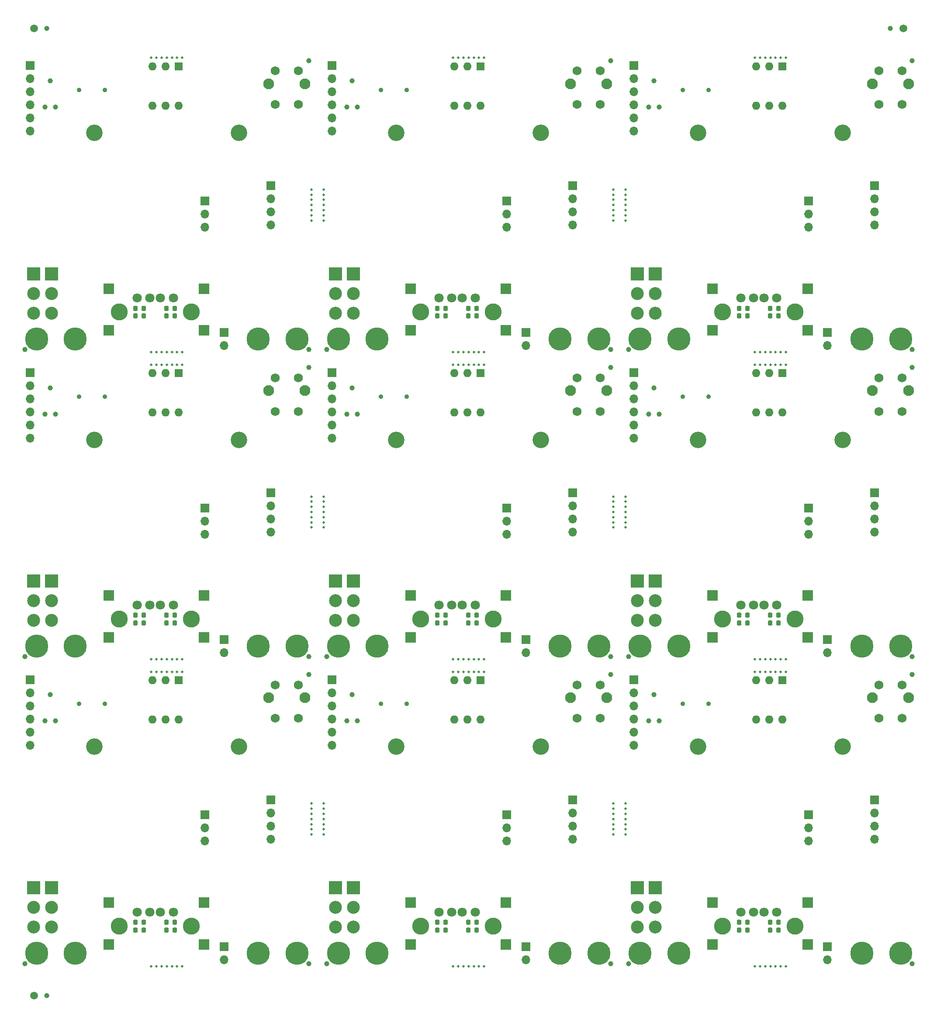
<source format=gbs>
%TF.GenerationSoftware,KiCad,Pcbnew,(6.0.6)*%
%TF.CreationDate,2022-07-06T10:55:58+02:00*%
%TF.ProjectId,panel,70616e65-6c2e-46b6-9963-61645f706362,3.0*%
%TF.SameCoordinates,PXe4e1c0PYe4e1c0*%
%TF.FileFunction,Soldermask,Bot*%
%TF.FilePolarity,Negative*%
%FSLAX46Y46*%
G04 Gerber Fmt 4.6, Leading zero omitted, Abs format (unit mm)*
G04 Created by KiCad (PCBNEW (6.0.6)) date 2022-07-06 10:55:58*
%MOMM*%
%LPD*%
G01*
G04 APERTURE LIST*
G04 Aperture macros list*
%AMRoundRect*
0 Rectangle with rounded corners*
0 $1 Rounding radius*
0 $2 $3 $4 $5 $6 $7 $8 $9 X,Y pos of 4 corners*
0 Add a 4 corners polygon primitive as box body*
4,1,4,$2,$3,$4,$5,$6,$7,$8,$9,$2,$3,0*
0 Add four circle primitives for the rounded corners*
1,1,$1+$1,$2,$3*
1,1,$1+$1,$4,$5*
1,1,$1+$1,$6,$7*
1,1,$1+$1,$8,$9*
0 Add four rect primitives between the rounded corners*
20,1,$1+$1,$2,$3,$4,$5,0*
20,1,$1+$1,$4,$5,$6,$7,0*
20,1,$1+$1,$6,$7,$8,$9,0*
20,1,$1+$1,$8,$9,$2,$3,0*%
G04 Aperture macros list end*
%ADD10C,0.900000*%
%ADD11C,0.500000*%
%ADD12C,3.200000*%
%ADD13R,2.000000X2.000000*%
%ADD14C,0.990600*%
%ADD15R,1.600000X1.600000*%
%ADD16O,1.600000X1.600000*%
%ADD17R,1.700000X1.700000*%
%ADD18O,1.700000X1.700000*%
%ADD19C,4.500880*%
%ADD20C,2.100000*%
%ADD21C,1.750000*%
%ADD22C,1.800000*%
%ADD23C,3.300000*%
%ADD24R,2.500000X2.500000*%
%ADD25C,2.500000*%
%ADD26C,1.500000*%
%ADD27C,1.000000*%
%ADD28RoundRect,0.218750X-0.218750X-0.256250X0.218750X-0.256250X0.218750X0.256250X-0.218750X0.256250X0*%
%ADD29RoundRect,0.218750X0.218750X0.256250X-0.218750X0.256250X-0.218750X-0.256250X0.218750X-0.256250X0*%
G04 APERTURE END LIST*
D10*
%TO.C,B1-SW4*%
X74750000Y-14420000D03*
X69750000Y-14420000D03*
%TD*%
D11*
%TO.C,REF\u002A\u002A*%
X25250000Y-127200000D03*
%TD*%
D12*
%TO.C,B8-MK2*%
X159250000Y-141750000D03*
%TD*%
D13*
%TO.C,B6-U5*%
X35500000Y-180060000D03*
X35500000Y-171940000D03*
X17000000Y-180060000D03*
X17000000Y-171940000D03*
%TD*%
D11*
%TO.C,REF\u002A\u002A*%
X25250000Y-65300000D03*
%TD*%
%TO.C,REF\u002A\u002A*%
X30250000Y-8200000D03*
%TD*%
%TO.C,REF\u002A\u002A*%
X58700000Y-34750000D03*
%TD*%
D14*
%TO.C,B7-P1*%
X64140000Y-131660000D03*
X63124000Y-136740000D03*
X65156000Y-136740000D03*
%TD*%
D11*
%TO.C,REF\u002A\u002A*%
X142250000Y-8200000D03*
%TD*%
D15*
%TO.C,B7-SW2*%
X89060000Y-128860000D03*
D16*
X86520000Y-128860000D03*
X83980000Y-128860000D03*
X83980000Y-136480000D03*
X86520000Y-136480000D03*
X89060000Y-136480000D03*
%TD*%
D17*
%TO.C,B0-J5*%
X39325000Y-61450000D03*
D18*
X39325000Y-63990000D03*
%TD*%
D19*
%TO.C,B6-J13*%
X53500000Y-181750000D03*
%TD*%
D11*
%TO.C,REF\u002A\u002A*%
X83750000Y-124800000D03*
%TD*%
%TO.C,REF\u002A\u002A*%
X117200000Y-152750000D03*
%TD*%
D15*
%TO.C,B6-SW2*%
X30560000Y-128860000D03*
D16*
X28020000Y-128860000D03*
X25480000Y-128860000D03*
X25480000Y-136480000D03*
X28020000Y-136480000D03*
X30560000Y-136480000D03*
%TD*%
D11*
%TO.C,REF\u002A\u002A*%
X114800000Y-99250000D03*
%TD*%
%TO.C,REF\u002A\u002A*%
X89750000Y-124800000D03*
%TD*%
%TO.C,REF\u002A\u002A*%
X84750000Y-184300000D03*
%TD*%
D17*
%TO.C,B1-J1*%
X60250000Y-9750000D03*
D18*
X60250000Y-12290000D03*
X60250000Y-14830000D03*
X60250000Y-17370000D03*
X60250000Y-19910000D03*
X60250000Y-22450000D03*
%TD*%
D20*
%TO.C,B8-SW3*%
X164990000Y-132240000D03*
X172000000Y-132240000D03*
D21*
X166240000Y-136250000D03*
X166240000Y-129750000D03*
X170740000Y-129750000D03*
X170740000Y-136250000D03*
%TD*%
D22*
%TO.C,B7-J9*%
X81000000Y-173790000D03*
X83500000Y-173790000D03*
X85500000Y-173790000D03*
X88000000Y-173790000D03*
D23*
X77500000Y-176500000D03*
X91500000Y-176500000D03*
%TD*%
D11*
%TO.C,REF\u002A\u002A*%
X56300000Y-95250000D03*
%TD*%
D24*
%TO.C,B7-J8*%
X64450000Y-169090000D03*
D25*
X64450000Y-172900000D03*
X64450000Y-176710000D03*
%TD*%
D11*
%TO.C,REF\u002A\u002A*%
X88750000Y-8200000D03*
%TD*%
D12*
%TO.C,B5-MK1*%
X131250000Y-82250000D03*
%TD*%
D20*
%TO.C,B5-SW3*%
X164990000Y-72740000D03*
X172000000Y-72740000D03*
D21*
X166240000Y-76750000D03*
X166240000Y-70250000D03*
X170740000Y-76750000D03*
X170740000Y-70250000D03*
%TD*%
D24*
%TO.C,B2-J8*%
X122950000Y-50090000D03*
D25*
X122950000Y-53900000D03*
X122950000Y-57710000D03*
%TD*%
D11*
%TO.C,REF\u002A\u002A*%
X86750000Y-127200000D03*
%TD*%
%TO.C,REF\u002A\u002A*%
X58700000Y-35750000D03*
%TD*%
%TO.C,REF\u002A\u002A*%
X30250000Y-184300000D03*
%TD*%
%TO.C,REF\u002A\u002A*%
X142250000Y-124800000D03*
%TD*%
%TO.C,REF\u002A\u002A*%
X83750000Y-67700000D03*
%TD*%
%TO.C,REF\u002A\u002A*%
X117200000Y-36750000D03*
%TD*%
%TO.C,REF\u002A\u002A*%
X83750000Y-8200000D03*
%TD*%
D10*
%TO.C,B4-SW4*%
X74750000Y-73920000D03*
X69750000Y-73920000D03*
%TD*%
D11*
%TO.C,REF\u002A\u002A*%
X117200000Y-154750000D03*
%TD*%
%TO.C,REF\u002A\u002A*%
X88750000Y-124800000D03*
%TD*%
%TO.C,REF\u002A\u002A*%
X28250000Y-8200000D03*
%TD*%
D19*
%TO.C,B3-J14*%
X46000000Y-122250000D03*
%TD*%
D10*
%TO.C,B7-SW4*%
X74750000Y-133420000D03*
X69750000Y-133420000D03*
%TD*%
D11*
%TO.C,REF\u002A\u002A*%
X56300000Y-96250000D03*
%TD*%
D15*
%TO.C,B0-SW2*%
X30560000Y-9860000D03*
D16*
X28020000Y-9860000D03*
X25480000Y-9860000D03*
X25480000Y-17480000D03*
X28020000Y-17480000D03*
X30560000Y-17480000D03*
%TD*%
D11*
%TO.C,REF\u002A\u002A*%
X85750000Y-184300000D03*
%TD*%
D15*
%TO.C,B5-SW2*%
X147560000Y-69360000D03*
D16*
X145020000Y-69360000D03*
X142480000Y-69360000D03*
X142480000Y-76980000D03*
X145020000Y-76980000D03*
X147560000Y-76980000D03*
%TD*%
D11*
%TO.C,REF\u002A\u002A*%
X30250000Y-124800000D03*
%TD*%
%TO.C,REF\u002A\u002A*%
X58700000Y-39750000D03*
%TD*%
%TO.C,REF\u002A\u002A*%
X85750000Y-65300000D03*
%TD*%
D20*
%TO.C,B4-SW3*%
X113500000Y-72740000D03*
X106490000Y-72740000D03*
D21*
X107740000Y-76750000D03*
X107740000Y-70250000D03*
X112240000Y-76750000D03*
X112240000Y-70250000D03*
%TD*%
D19*
%TO.C,B4-J15*%
X69000000Y-122250000D03*
%TD*%
D22*
%TO.C,B6-J9*%
X22500000Y-173790000D03*
X25000000Y-173790000D03*
X27000000Y-173790000D03*
X29500000Y-173790000D03*
D23*
X19000000Y-176500000D03*
X33000000Y-176500000D03*
%TD*%
D11*
%TO.C,REF\u002A\u002A*%
X114800000Y-157750000D03*
%TD*%
D17*
%TO.C,B8-J4*%
X165450000Y-152000000D03*
D18*
X165450000Y-154540000D03*
X165450000Y-157080000D03*
X165450000Y-159620000D03*
%TD*%
D24*
%TO.C,B1-J7*%
X60950000Y-50090000D03*
D25*
X60950000Y-53900000D03*
X60950000Y-57710000D03*
%TD*%
D11*
%TO.C,REF\u002A\u002A*%
X145250000Y-8200000D03*
%TD*%
D15*
%TO.C,B4-SW2*%
X89060000Y-69360000D03*
D16*
X86520000Y-69360000D03*
X83980000Y-69360000D03*
X83980000Y-76980000D03*
X86520000Y-76980000D03*
X89060000Y-76980000D03*
%TD*%
D24*
%TO.C,B8-J8*%
X122950000Y-169090000D03*
D25*
X122950000Y-172900000D03*
X122950000Y-176710000D03*
%TD*%
D11*
%TO.C,REF\u002A\u002A*%
X87750000Y-184300000D03*
%TD*%
%TO.C,REF\u002A\u002A*%
X25250000Y-184300000D03*
%TD*%
%TO.C,REF\u002A\u002A*%
X56300000Y-35750000D03*
%TD*%
%TO.C,REF\u002A\u002A*%
X58700000Y-153750000D03*
%TD*%
D14*
%TO.C,B5-P1*%
X122640000Y-72160000D03*
X123656000Y-77240000D03*
X121624000Y-77240000D03*
%TD*%
D24*
%TO.C,B0-J7*%
X2450000Y-50090000D03*
D25*
X2450000Y-53900000D03*
X2450000Y-57710000D03*
%TD*%
D11*
%TO.C,REF\u002A\u002A*%
X84750000Y-127200000D03*
%TD*%
%TO.C,REF\u002A\u002A*%
X56300000Y-152750000D03*
%TD*%
D17*
%TO.C,B4-J4*%
X106950000Y-92500000D03*
D18*
X106950000Y-95040000D03*
X106950000Y-97580000D03*
X106950000Y-100120000D03*
%TD*%
D11*
%TO.C,REF\u002A\u002A*%
X117200000Y-95250000D03*
%TD*%
%TO.C,REF\u002A\u002A*%
X28250000Y-65300000D03*
%TD*%
D15*
%TO.C,B1-SW2*%
X89060000Y-9860000D03*
D16*
X86520000Y-9860000D03*
X83980000Y-9860000D03*
X83980000Y-17480000D03*
X86520000Y-17480000D03*
X89060000Y-17480000D03*
%TD*%
D17*
%TO.C,B8-J5*%
X156325000Y-180450000D03*
D18*
X156325000Y-182990000D03*
%TD*%
D17*
%TO.C,B0-J6*%
X35650000Y-35950000D03*
D18*
X35650000Y-38490000D03*
X35650000Y-41030000D03*
%TD*%
D10*
%TO.C,B2-SW4*%
X133250000Y-14420000D03*
X128250000Y-14420000D03*
%TD*%
D20*
%TO.C,B7-SW3*%
X106490000Y-132240000D03*
X113500000Y-132240000D03*
D21*
X107740000Y-136250000D03*
X107740000Y-129750000D03*
X112240000Y-136250000D03*
X112240000Y-129750000D03*
%TD*%
D19*
%TO.C,B2-J15*%
X127500000Y-62750000D03*
%TD*%
D11*
%TO.C,REF\u002A\u002A*%
X114800000Y-156750000D03*
%TD*%
D17*
%TO.C,B8-J1*%
X118750000Y-128750000D03*
D18*
X118750000Y-131290000D03*
X118750000Y-133830000D03*
X118750000Y-136370000D03*
X118750000Y-138910000D03*
X118750000Y-141450000D03*
%TD*%
D11*
%TO.C,REF\u002A\u002A*%
X89750000Y-67700000D03*
%TD*%
D19*
%TO.C,B1-J14*%
X104500000Y-62750000D03*
%TD*%
D11*
%TO.C,REF\u002A\u002A*%
X114800000Y-37750000D03*
%TD*%
D13*
%TO.C,B8-U5*%
X152500000Y-180060000D03*
X152500000Y-171940000D03*
X134000000Y-180060000D03*
X134000000Y-171940000D03*
%TD*%
D11*
%TO.C,REF\u002A\u002A*%
X85750000Y-67700000D03*
%TD*%
%TO.C,REF\u002A\u002A*%
X114800000Y-33750000D03*
%TD*%
%TO.C,REF\u002A\u002A*%
X56300000Y-97250000D03*
%TD*%
%TO.C,REF\u002A\u002A*%
X26250000Y-127200000D03*
%TD*%
%TO.C,REF\u002A\u002A*%
X114800000Y-152750000D03*
%TD*%
D24*
%TO.C,B3-J8*%
X5950000Y-109590000D03*
D25*
X5950000Y-113400000D03*
X5950000Y-117210000D03*
%TD*%
D10*
%TO.C,B5-SW4*%
X133250000Y-73920000D03*
X128250000Y-73920000D03*
%TD*%
D11*
%TO.C,REF\u002A\u002A*%
X29250000Y-65300000D03*
%TD*%
D24*
%TO.C,B5-J7*%
X119450000Y-109590000D03*
D25*
X119450000Y-113400000D03*
X119450000Y-117210000D03*
%TD*%
D19*
%TO.C,B0-J13*%
X53500000Y-62750000D03*
%TD*%
D13*
%TO.C,B2-U5*%
X152500000Y-61060000D03*
X152500000Y-52940000D03*
X134000000Y-61060000D03*
X134000000Y-52940000D03*
%TD*%
D11*
%TO.C,REF\u002A\u002A*%
X56300000Y-158750000D03*
%TD*%
%TO.C,REF\u002A\u002A*%
X117200000Y-155750000D03*
%TD*%
%TO.C,REF\u002A\u002A*%
X114800000Y-95250000D03*
%TD*%
D12*
%TO.C,B7-MK2*%
X100750000Y-141750000D03*
%TD*%
%TO.C,B0-MK2*%
X42250000Y-22750000D03*
%TD*%
D15*
%TO.C,B2-SW2*%
X147560000Y-9860000D03*
D16*
X145020000Y-9860000D03*
X142480000Y-9860000D03*
X142480000Y-17480000D03*
X145020000Y-17480000D03*
X147560000Y-17480000D03*
%TD*%
D11*
%TO.C,REF\u002A\u002A*%
X148250000Y-8200000D03*
%TD*%
%TO.C,REF\u002A\u002A*%
X29250000Y-8200000D03*
%TD*%
%TO.C,REF\u002A\u002A*%
X29250000Y-67700000D03*
%TD*%
%TO.C,REF\u002A\u002A*%
X144250000Y-8200000D03*
%TD*%
%TO.C,REF\u002A\u002A*%
X56300000Y-39750000D03*
%TD*%
%TO.C,REF\u002A\u002A*%
X85750000Y-8200000D03*
%TD*%
%TO.C,REF\u002A\u002A*%
X86750000Y-124800000D03*
%TD*%
D24*
%TO.C,B6-J8*%
X5950000Y-169090000D03*
D25*
X5950000Y-172900000D03*
X5950000Y-176710000D03*
%TD*%
D11*
%TO.C,REF\u002A\u002A*%
X56300000Y-157750000D03*
%TD*%
%TO.C,REF\u002A\u002A*%
X146250000Y-65300000D03*
%TD*%
%TO.C,REF\u002A\u002A*%
X114800000Y-97250000D03*
%TD*%
%TO.C,REF\u002A\u002A*%
X147250000Y-184300000D03*
%TD*%
%TO.C,REF\u002A\u002A*%
X28250000Y-184300000D03*
%TD*%
%TO.C,REF\u002A\u002A*%
X143250000Y-184300000D03*
%TD*%
%TO.C,REF\u002A\u002A*%
X144250000Y-124800000D03*
%TD*%
D20*
%TO.C,B0-SW3*%
X47990000Y-13240000D03*
X55000000Y-13240000D03*
D21*
X49240000Y-10750000D03*
X49240000Y-17250000D03*
X53740000Y-17250000D03*
X53740000Y-10750000D03*
%TD*%
D11*
%TO.C,REF\u002A\u002A*%
X144250000Y-67700000D03*
%TD*%
%TO.C,REF\u002A\u002A*%
X87750000Y-65300000D03*
%TD*%
%TO.C,REF\u002A\u002A*%
X28250000Y-124800000D03*
%TD*%
%TO.C,REF\u002A\u002A*%
X58700000Y-94250000D03*
%TD*%
%TO.C,REF\u002A\u002A*%
X27250000Y-127200000D03*
%TD*%
%TO.C,REF\u002A\u002A*%
X117200000Y-153750000D03*
%TD*%
D19*
%TO.C,B1-J15*%
X69000000Y-62750000D03*
%TD*%
%TO.C,B2-J16*%
X120000000Y-62750000D03*
%TD*%
D17*
%TO.C,B4-J5*%
X97825000Y-120950000D03*
D18*
X97825000Y-123490000D03*
%TD*%
D11*
%TO.C,REF\u002A\u002A*%
X58700000Y-99250000D03*
%TD*%
%TO.C,REF\u002A\u002A*%
X117200000Y-39750000D03*
%TD*%
%TO.C,REF\u002A\u002A*%
X85750000Y-124800000D03*
%TD*%
D19*
%TO.C,B7-J15*%
X69000000Y-181750000D03*
%TD*%
D11*
%TO.C,REF\u002A\u002A*%
X28250000Y-127200000D03*
%TD*%
D12*
%TO.C,B3-MK2*%
X42250000Y-82250000D03*
%TD*%
D11*
%TO.C,REF\u002A\u002A*%
X87750000Y-67700000D03*
%TD*%
D22*
%TO.C,B0-J9*%
X22500000Y-54790000D03*
X25000000Y-54790000D03*
X27000000Y-54790000D03*
X29500000Y-54790000D03*
D23*
X19000000Y-57500000D03*
X33000000Y-57500000D03*
%TD*%
D19*
%TO.C,B5-J15*%
X127500000Y-122250000D03*
%TD*%
D11*
%TO.C,REF\u002A\u002A*%
X27250000Y-65300000D03*
%TD*%
D22*
%TO.C,B2-J9*%
X139500000Y-54790000D03*
X142000000Y-54790000D03*
X144000000Y-54790000D03*
X146500000Y-54790000D03*
D23*
X150000000Y-57500000D03*
X136000000Y-57500000D03*
%TD*%
D11*
%TO.C,REF\u002A\u002A*%
X84750000Y-67700000D03*
%TD*%
%TO.C,REF\u002A\u002A*%
X114800000Y-98250000D03*
%TD*%
D20*
%TO.C,B2-SW3*%
X164990000Y-13240000D03*
X172000000Y-13240000D03*
D21*
X166240000Y-10750000D03*
X166240000Y-17250000D03*
X170740000Y-10750000D03*
X170740000Y-17250000D03*
%TD*%
D17*
%TO.C,B1-J4*%
X106950000Y-33000000D03*
D18*
X106950000Y-35540000D03*
X106950000Y-38080000D03*
X106950000Y-40620000D03*
%TD*%
D11*
%TO.C,REF\u002A\u002A*%
X148250000Y-67700000D03*
%TD*%
%TO.C,REF\u002A\u002A*%
X31250000Y-124800000D03*
%TD*%
D17*
%TO.C,B0-J4*%
X48450000Y-33000000D03*
D18*
X48450000Y-35540000D03*
X48450000Y-38080000D03*
X48450000Y-40620000D03*
%TD*%
D11*
%TO.C,REF\u002A\u002A*%
X56300000Y-38750000D03*
%TD*%
%TO.C,REF\u002A\u002A*%
X86750000Y-8200000D03*
%TD*%
D17*
%TO.C,B8-J6*%
X152650000Y-154950000D03*
D18*
X152650000Y-157490000D03*
X152650000Y-160030000D03*
%TD*%
D11*
%TO.C,REF\u002A\u002A*%
X143250000Y-67700000D03*
%TD*%
%TO.C,REF\u002A\u002A*%
X58700000Y-93250000D03*
%TD*%
%TO.C,REF\u002A\u002A*%
X26250000Y-8200000D03*
%TD*%
D14*
%TO.C,B1-P1*%
X65156000Y-17740000D03*
X64140000Y-12660000D03*
X63124000Y-17740000D03*
%TD*%
D11*
%TO.C,REF\u002A\u002A*%
X25250000Y-124800000D03*
%TD*%
%TO.C,REF\u002A\u002A*%
X114800000Y-93250000D03*
%TD*%
D19*
%TO.C,B6-J14*%
X46000000Y-181750000D03*
%TD*%
D17*
%TO.C,B7-J6*%
X94150000Y-154950000D03*
D18*
X94150000Y-157490000D03*
X94150000Y-160030000D03*
%TD*%
D11*
%TO.C,REF\u002A\u002A*%
X31250000Y-184300000D03*
%TD*%
D14*
%TO.C,B8-P1*%
X122640000Y-131660000D03*
X123656000Y-136740000D03*
X121624000Y-136740000D03*
%TD*%
D11*
%TO.C,REF\u002A\u002A*%
X117200000Y-156750000D03*
%TD*%
%TO.C,REF\u002A\u002A*%
X84750000Y-124800000D03*
%TD*%
D17*
%TO.C,B2-J4*%
X165450000Y-33000000D03*
D18*
X165450000Y-35540000D03*
X165450000Y-38080000D03*
X165450000Y-40620000D03*
%TD*%
D19*
%TO.C,B3-J13*%
X53500000Y-122250000D03*
%TD*%
D11*
%TO.C,REF\u002A\u002A*%
X142250000Y-127200000D03*
%TD*%
%TO.C,REF\u002A\u002A*%
X114800000Y-154750000D03*
%TD*%
D19*
%TO.C,B1-J13*%
X112000000Y-62750000D03*
%TD*%
D11*
%TO.C,REF\u002A\u002A*%
X143250000Y-124800000D03*
%TD*%
%TO.C,REF\u002A\u002A*%
X117200000Y-93250000D03*
%TD*%
%TO.C,REF\u002A\u002A*%
X146250000Y-67700000D03*
%TD*%
%TO.C,REF\u002A\u002A*%
X58700000Y-33750000D03*
%TD*%
%TO.C,REF\u002A\u002A*%
X114800000Y-153750000D03*
%TD*%
D12*
%TO.C,B3-MK1*%
X14250000Y-82250000D03*
%TD*%
D11*
%TO.C,REF\u002A\u002A*%
X143250000Y-8200000D03*
%TD*%
%TO.C,REF\u002A\u002A*%
X83750000Y-65300000D03*
%TD*%
%TO.C,REF\u002A\u002A*%
X117200000Y-158750000D03*
%TD*%
D19*
%TO.C,B8-J16*%
X120000000Y-181750000D03*
%TD*%
D13*
%TO.C,B3-U5*%
X35500000Y-120560000D03*
X35500000Y-112440000D03*
X17000000Y-120560000D03*
X17000000Y-112440000D03*
%TD*%
D11*
%TO.C,REF\u002A\u002A*%
X87750000Y-8200000D03*
%TD*%
D12*
%TO.C,B1-MK2*%
X100750000Y-22750000D03*
%TD*%
D11*
%TO.C,REF\u002A\u002A*%
X85750000Y-127200000D03*
%TD*%
%TO.C,REF\u002A\u002A*%
X145250000Y-67700000D03*
%TD*%
%TO.C,REF\u002A\u002A*%
X30250000Y-127200000D03*
%TD*%
%TO.C,REF\u002A\u002A*%
X114800000Y-35750000D03*
%TD*%
%TO.C,REF\u002A\u002A*%
X86750000Y-65300000D03*
%TD*%
D17*
%TO.C,B5-J6*%
X152650000Y-95450000D03*
D18*
X152650000Y-97990000D03*
X152650000Y-100530000D03*
%TD*%
D17*
%TO.C,B4-J6*%
X94150000Y-95450000D03*
D18*
X94150000Y-97990000D03*
X94150000Y-100530000D03*
%TD*%
D19*
%TO.C,B8-J15*%
X127500000Y-181750000D03*
%TD*%
D11*
%TO.C,REF\u002A\u002A*%
X58700000Y-97250000D03*
%TD*%
%TO.C,REF\u002A\u002A*%
X144250000Y-65300000D03*
%TD*%
D22*
%TO.C,B1-J9*%
X81000000Y-54790000D03*
X83500000Y-54790000D03*
X85500000Y-54790000D03*
X88000000Y-54790000D03*
D23*
X91500000Y-57500000D03*
X77500000Y-57500000D03*
%TD*%
D11*
%TO.C,REF\u002A\u002A*%
X147250000Y-8200000D03*
%TD*%
D12*
%TO.C,B4-MK1*%
X72750000Y-82250000D03*
%TD*%
D19*
%TO.C,B6-J15*%
X10500000Y-181750000D03*
%TD*%
D13*
%TO.C,B5-U5*%
X152500000Y-120560000D03*
X152500000Y-112440000D03*
X134000000Y-120560000D03*
X134000000Y-112440000D03*
%TD*%
D17*
%TO.C,B6-J6*%
X35650000Y-154950000D03*
D18*
X35650000Y-157490000D03*
X35650000Y-160030000D03*
%TD*%
D14*
%TO.C,B4-P1*%
X65156000Y-77240000D03*
X63124000Y-77240000D03*
X64140000Y-72160000D03*
%TD*%
D17*
%TO.C,B5-J1*%
X118750000Y-69250000D03*
D18*
X118750000Y-71790000D03*
X118750000Y-74330000D03*
X118750000Y-76870000D03*
X118750000Y-79410000D03*
X118750000Y-81950000D03*
%TD*%
D17*
%TO.C,B1-J5*%
X97825000Y-61450000D03*
D18*
X97825000Y-63990000D03*
%TD*%
D11*
%TO.C,REF\u002A\u002A*%
X56300000Y-37750000D03*
%TD*%
D17*
%TO.C,B7-J4*%
X106950000Y-152000000D03*
D18*
X106950000Y-154540000D03*
X106950000Y-157080000D03*
X106950000Y-159620000D03*
%TD*%
D11*
%TO.C,REF\u002A\u002A*%
X26250000Y-184300000D03*
%TD*%
%TO.C,REF\u002A\u002A*%
X58700000Y-157750000D03*
%TD*%
%TO.C,REF\u002A\u002A*%
X27250000Y-8200000D03*
%TD*%
%TO.C,REF\u002A\u002A*%
X86750000Y-67700000D03*
%TD*%
%TO.C,REF\u002A\u002A*%
X89750000Y-127200000D03*
%TD*%
D10*
%TO.C,B6-SW4*%
X11250000Y-133420000D03*
X16250000Y-133420000D03*
%TD*%
D19*
%TO.C,B0-J15*%
X10500000Y-62750000D03*
%TD*%
D17*
%TO.C,B6-J1*%
X1750000Y-128750000D03*
D18*
X1750000Y-131290000D03*
X1750000Y-133830000D03*
X1750000Y-136370000D03*
X1750000Y-138910000D03*
X1750000Y-141450000D03*
%TD*%
D22*
%TO.C,B3-J9*%
X22500000Y-114290000D03*
X25000000Y-114290000D03*
X27000000Y-114290000D03*
X29500000Y-114290000D03*
D23*
X19000000Y-117000000D03*
X33000000Y-117000000D03*
%TD*%
D17*
%TO.C,B5-J5*%
X156325000Y-120950000D03*
D18*
X156325000Y-123490000D03*
%TD*%
D11*
%TO.C,REF\u002A\u002A*%
X89750000Y-184300000D03*
%TD*%
%TO.C,REF\u002A\u002A*%
X29250000Y-127200000D03*
%TD*%
D19*
%TO.C,B5-J14*%
X163000000Y-122250000D03*
%TD*%
D11*
%TO.C,REF\u002A\u002A*%
X89750000Y-65300000D03*
%TD*%
D20*
%TO.C,B1-SW3*%
X113500000Y-13240000D03*
X106490000Y-13240000D03*
D21*
X107740000Y-17250000D03*
X107740000Y-10750000D03*
X112240000Y-10750000D03*
X112240000Y-17250000D03*
%TD*%
D19*
%TO.C,B8-J14*%
X163000000Y-181750000D03*
%TD*%
D11*
%TO.C,REF\u002A\u002A*%
X89750000Y-8200000D03*
%TD*%
%TO.C,REF\u002A\u002A*%
X58700000Y-96250000D03*
%TD*%
D17*
%TO.C,B6-J5*%
X39325000Y-180450000D03*
D18*
X39325000Y-182990000D03*
%TD*%
D11*
%TO.C,REF\u002A\u002A*%
X56300000Y-33750000D03*
%TD*%
%TO.C,REF\u002A\u002A*%
X56300000Y-93250000D03*
%TD*%
D19*
%TO.C,B1-J16*%
X61500000Y-62750000D03*
%TD*%
D11*
%TO.C,REF\u002A\u002A*%
X26250000Y-67700000D03*
%TD*%
%TO.C,REF\u002A\u002A*%
X58700000Y-156750000D03*
%TD*%
D12*
%TO.C,B4-MK2*%
X100750000Y-82250000D03*
%TD*%
D11*
%TO.C,REF\u002A\u002A*%
X58700000Y-95250000D03*
%TD*%
%TO.C,REF\u002A\u002A*%
X145250000Y-184300000D03*
%TD*%
%TO.C,REF\u002A\u002A*%
X143250000Y-65300000D03*
%TD*%
D24*
%TO.C,B2-J7*%
X119450000Y-50090000D03*
D25*
X119450000Y-53900000D03*
X119450000Y-57710000D03*
%TD*%
D11*
%TO.C,REF\u002A\u002A*%
X56300000Y-153750000D03*
%TD*%
D13*
%TO.C,B4-U5*%
X94000000Y-120560000D03*
X94000000Y-112440000D03*
X75500000Y-120560000D03*
X75500000Y-112440000D03*
%TD*%
D11*
%TO.C,REF\u002A\u002A*%
X84750000Y-8200000D03*
%TD*%
D20*
%TO.C,B3-SW3*%
X55000000Y-72740000D03*
X47990000Y-72740000D03*
D21*
X49240000Y-76750000D03*
X49240000Y-70250000D03*
X53740000Y-70250000D03*
X53740000Y-76750000D03*
%TD*%
D11*
%TO.C,REF\u002A\u002A*%
X84750000Y-65300000D03*
%TD*%
D14*
%TO.C,B2-P1*%
X123656000Y-17740000D03*
X121624000Y-17740000D03*
X122640000Y-12660000D03*
%TD*%
D11*
%TO.C,REF\u002A\u002A*%
X83750000Y-184300000D03*
%TD*%
D17*
%TO.C,B2-J1*%
X118750000Y-9750000D03*
D18*
X118750000Y-12290000D03*
X118750000Y-14830000D03*
X118750000Y-17370000D03*
X118750000Y-19910000D03*
X118750000Y-22450000D03*
%TD*%
D11*
%TO.C,REF\u002A\u002A*%
X87750000Y-127200000D03*
%TD*%
D10*
%TO.C,B0-SW4*%
X16250000Y-14420000D03*
X11250000Y-14420000D03*
%TD*%
D11*
%TO.C,REF\u002A\u002A*%
X31250000Y-127200000D03*
%TD*%
D19*
%TO.C,B4-J14*%
X104500000Y-122250000D03*
%TD*%
D11*
%TO.C,REF\u002A\u002A*%
X117200000Y-99250000D03*
%TD*%
%TO.C,REF\u002A\u002A*%
X117200000Y-97250000D03*
%TD*%
%TO.C,REF\u002A\u002A*%
X147250000Y-65300000D03*
%TD*%
D14*
%TO.C,B3-P1*%
X4624000Y-77240000D03*
X6656000Y-77240000D03*
X5640000Y-72160000D03*
%TD*%
D11*
%TO.C,REF\u002A\u002A*%
X27250000Y-184300000D03*
%TD*%
%TO.C,REF\u002A\u002A*%
X117200000Y-157750000D03*
%TD*%
D17*
%TO.C,B6-J4*%
X48450000Y-152000000D03*
D18*
X48450000Y-154540000D03*
X48450000Y-157080000D03*
X48450000Y-159620000D03*
%TD*%
D11*
%TO.C,REF\u002A\u002A*%
X58700000Y-37750000D03*
%TD*%
%TO.C,REF\u002A\u002A*%
X147250000Y-124800000D03*
%TD*%
D17*
%TO.C,B4-J1*%
X60250000Y-69250000D03*
D18*
X60250000Y-71790000D03*
X60250000Y-74330000D03*
X60250000Y-76870000D03*
X60250000Y-79410000D03*
X60250000Y-81950000D03*
%TD*%
D11*
%TO.C,REF\u002A\u002A*%
X117200000Y-94250000D03*
%TD*%
D13*
%TO.C,B1-U5*%
X94000000Y-61060000D03*
X94000000Y-52940000D03*
X75500000Y-61060000D03*
X75500000Y-52940000D03*
%TD*%
D11*
%TO.C,REF\u002A\u002A*%
X147250000Y-67700000D03*
%TD*%
%TO.C,REF\u002A\u002A*%
X142250000Y-184300000D03*
%TD*%
%TO.C,REF\u002A\u002A*%
X143250000Y-127200000D03*
%TD*%
D24*
%TO.C,B6-J7*%
X2450000Y-169090000D03*
D25*
X2450000Y-172900000D03*
X2450000Y-176710000D03*
%TD*%
D11*
%TO.C,REF\u002A\u002A*%
X29250000Y-124800000D03*
%TD*%
%TO.C,REF\u002A\u002A*%
X56300000Y-98250000D03*
%TD*%
D19*
%TO.C,B2-J14*%
X163000000Y-62750000D03*
%TD*%
D26*
%TO.C,REF\u002A\u002A*%
X2500000Y-190000000D03*
%TD*%
D11*
%TO.C,REF\u002A\u002A*%
X148250000Y-65300000D03*
%TD*%
%TO.C,REF\u002A\u002A*%
X58700000Y-152750000D03*
%TD*%
D12*
%TO.C,B7-MK1*%
X72750000Y-141750000D03*
%TD*%
%TO.C,B2-MK2*%
X159250000Y-22750000D03*
%TD*%
D13*
%TO.C,B0-U5*%
X35500000Y-61060000D03*
X35500000Y-52940000D03*
X17000000Y-61060000D03*
X17000000Y-52940000D03*
%TD*%
D12*
%TO.C,B8-MK1*%
X131250000Y-141750000D03*
%TD*%
D17*
%TO.C,B1-J6*%
X94150000Y-35950000D03*
D18*
X94150000Y-38490000D03*
X94150000Y-41030000D03*
%TD*%
D17*
%TO.C,B3-J5*%
X39325000Y-120950000D03*
D18*
X39325000Y-123490000D03*
%TD*%
D11*
%TO.C,REF\u002A\u002A*%
X88750000Y-184300000D03*
%TD*%
%TO.C,REF\u002A\u002A*%
X58700000Y-155750000D03*
%TD*%
%TO.C,REF\u002A\u002A*%
X114800000Y-34750000D03*
%TD*%
%TO.C,REF\u002A\u002A*%
X114800000Y-94250000D03*
%TD*%
D17*
%TO.C,B0-J1*%
X1750000Y-9750000D03*
D18*
X1750000Y-12290000D03*
X1750000Y-14830000D03*
X1750000Y-17370000D03*
X1750000Y-19910000D03*
X1750000Y-22450000D03*
%TD*%
D11*
%TO.C,REF\u002A\u002A*%
X148250000Y-124800000D03*
%TD*%
D17*
%TO.C,B7-J1*%
X60250000Y-128750000D03*
D18*
X60250000Y-131290000D03*
X60250000Y-133830000D03*
X60250000Y-136370000D03*
X60250000Y-138910000D03*
X60250000Y-141450000D03*
%TD*%
D17*
%TO.C,B3-J6*%
X35650000Y-95450000D03*
D18*
X35650000Y-97990000D03*
X35650000Y-100530000D03*
%TD*%
D11*
%TO.C,REF\u002A\u002A*%
X56300000Y-36750000D03*
%TD*%
%TO.C,REF\u002A\u002A*%
X145250000Y-65300000D03*
%TD*%
%TO.C,REF\u002A\u002A*%
X25250000Y-67700000D03*
%TD*%
D19*
%TO.C,B8-J13*%
X170500000Y-181750000D03*
%TD*%
D11*
%TO.C,REF\u002A\u002A*%
X147250000Y-127200000D03*
%TD*%
%TO.C,REF\u002A\u002A*%
X117200000Y-96250000D03*
%TD*%
%TO.C,REF\u002A\u002A*%
X114800000Y-39750000D03*
%TD*%
%TO.C,REF\u002A\u002A*%
X144250000Y-127200000D03*
%TD*%
D17*
%TO.C,B3-J1*%
X1750000Y-69250000D03*
D18*
X1750000Y-71790000D03*
X1750000Y-74330000D03*
X1750000Y-76870000D03*
X1750000Y-79410000D03*
X1750000Y-81950000D03*
%TD*%
D11*
%TO.C,REF\u002A\u002A*%
X145250000Y-124800000D03*
%TD*%
D12*
%TO.C,B0-MK1*%
X14250000Y-22750000D03*
%TD*%
D11*
%TO.C,REF\u002A\u002A*%
X117200000Y-35750000D03*
%TD*%
D24*
%TO.C,B4-J7*%
X60950000Y-109590000D03*
D25*
X60950000Y-113400000D03*
X60950000Y-117210000D03*
%TD*%
D10*
%TO.C,B3-SW4*%
X11250000Y-73920000D03*
X16250000Y-73920000D03*
%TD*%
D26*
%TO.C,REF\u002A\u002A*%
X2500000Y-2500000D03*
%TD*%
D11*
%TO.C,REF\u002A\u002A*%
X142250000Y-65300000D03*
%TD*%
D15*
%TO.C,B3-SW2*%
X30560000Y-69360000D03*
D16*
X28020000Y-69360000D03*
X25480000Y-69360000D03*
X25480000Y-76980000D03*
X28020000Y-76980000D03*
X30560000Y-76980000D03*
%TD*%
D19*
%TO.C,B0-J14*%
X46000000Y-62750000D03*
%TD*%
D11*
%TO.C,REF\u002A\u002A*%
X117200000Y-34750000D03*
%TD*%
D19*
%TO.C,B6-J16*%
X3000000Y-181750000D03*
%TD*%
D11*
%TO.C,REF\u002A\u002A*%
X58700000Y-154750000D03*
%TD*%
D22*
%TO.C,B8-J9*%
X139500000Y-173790000D03*
X142000000Y-173790000D03*
X144000000Y-173790000D03*
X146500000Y-173790000D03*
D23*
X150000000Y-176500000D03*
X136000000Y-176500000D03*
%TD*%
D12*
%TO.C,B6-MK2*%
X42250000Y-141750000D03*
%TD*%
D10*
%TO.C,B8-SW4*%
X133250000Y-133420000D03*
X128250000Y-133420000D03*
%TD*%
D11*
%TO.C,REF\u002A\u002A*%
X58700000Y-36750000D03*
%TD*%
%TO.C,REF\u002A\u002A*%
X87750000Y-124800000D03*
%TD*%
%TO.C,REF\u002A\u002A*%
X26250000Y-124800000D03*
%TD*%
%TO.C,REF\u002A\u002A*%
X86750000Y-184300000D03*
%TD*%
D12*
%TO.C,B6-MK1*%
X14250000Y-141750000D03*
%TD*%
D19*
%TO.C,B7-J14*%
X104500000Y-181750000D03*
%TD*%
D11*
%TO.C,REF\u002A\u002A*%
X58700000Y-98250000D03*
%TD*%
D20*
%TO.C,B6-SW3*%
X47990000Y-132240000D03*
X55000000Y-132240000D03*
D21*
X49240000Y-129750000D03*
X49240000Y-136250000D03*
X53740000Y-136250000D03*
X53740000Y-129750000D03*
%TD*%
D24*
%TO.C,B8-J7*%
X119450000Y-169090000D03*
D25*
X119450000Y-172900000D03*
X119450000Y-176710000D03*
%TD*%
D19*
%TO.C,B0-J16*%
X3000000Y-62750000D03*
%TD*%
D17*
%TO.C,B5-J4*%
X165450000Y-92500000D03*
D18*
X165450000Y-95040000D03*
X165450000Y-97580000D03*
X165450000Y-100120000D03*
%TD*%
D19*
%TO.C,B7-J16*%
X61500000Y-181750000D03*
%TD*%
D11*
%TO.C,REF\u002A\u002A*%
X29250000Y-184300000D03*
%TD*%
D17*
%TO.C,B2-J6*%
X152650000Y-35950000D03*
D18*
X152650000Y-38490000D03*
X152650000Y-41030000D03*
%TD*%
D11*
%TO.C,REF\u002A\u002A*%
X88750000Y-127200000D03*
%TD*%
D19*
%TO.C,B4-J13*%
X112000000Y-122250000D03*
%TD*%
D11*
%TO.C,REF\u002A\u002A*%
X30250000Y-67700000D03*
%TD*%
%TO.C,REF\u002A\u002A*%
X146250000Y-8200000D03*
%TD*%
%TO.C,REF\u002A\u002A*%
X58700000Y-38750000D03*
%TD*%
%TO.C,REF\u002A\u002A*%
X31250000Y-8200000D03*
%TD*%
D14*
%TO.C,B0-P1*%
X4624000Y-17740000D03*
X5640000Y-12660000D03*
X6656000Y-17740000D03*
%TD*%
D19*
%TO.C,B5-J13*%
X170500000Y-122250000D03*
%TD*%
D15*
%TO.C,B8-SW2*%
X147560000Y-128860000D03*
D16*
X145020000Y-128860000D03*
X142480000Y-128860000D03*
X142480000Y-136480000D03*
X145020000Y-136480000D03*
X147560000Y-136480000D03*
%TD*%
D24*
%TO.C,B4-J8*%
X64450000Y-109590000D03*
D25*
X64450000Y-113400000D03*
X64450000Y-117210000D03*
%TD*%
D11*
%TO.C,REF\u002A\u002A*%
X30250000Y-65300000D03*
%TD*%
D24*
%TO.C,B3-J7*%
X2450000Y-109590000D03*
D25*
X2450000Y-113400000D03*
X2450000Y-117210000D03*
%TD*%
D11*
%TO.C,REF\u002A\u002A*%
X28250000Y-67700000D03*
%TD*%
D13*
%TO.C,B7-U5*%
X94000000Y-180060000D03*
X94000000Y-171940000D03*
X75500000Y-180060000D03*
X75500000Y-171940000D03*
%TD*%
D12*
%TO.C,B5-MK2*%
X159250000Y-82250000D03*
%TD*%
D11*
%TO.C,REF\u002A\u002A*%
X56300000Y-156750000D03*
%TD*%
%TO.C,REF\u002A\u002A*%
X83750000Y-127200000D03*
%TD*%
%TO.C,REF\u002A\u002A*%
X146250000Y-124800000D03*
%TD*%
%TO.C,REF\u002A\u002A*%
X88750000Y-65300000D03*
%TD*%
%TO.C,REF\u002A\u002A*%
X56300000Y-94250000D03*
%TD*%
%TO.C,REF\u002A\u002A*%
X114800000Y-158750000D03*
%TD*%
D24*
%TO.C,B1-J8*%
X64450000Y-50090000D03*
D25*
X64450000Y-53900000D03*
X64450000Y-57710000D03*
%TD*%
D19*
%TO.C,B2-J13*%
X170500000Y-62750000D03*
%TD*%
D11*
%TO.C,REF\u002A\u002A*%
X31250000Y-67700000D03*
%TD*%
D22*
%TO.C,B4-J9*%
X81000000Y-114290000D03*
X83500000Y-114290000D03*
X85500000Y-114290000D03*
X88000000Y-114290000D03*
D23*
X91500000Y-117000000D03*
X77500000Y-117000000D03*
%TD*%
D11*
%TO.C,REF\u002A\u002A*%
X114800000Y-38750000D03*
%TD*%
%TO.C,REF\u002A\u002A*%
X56300000Y-155750000D03*
%TD*%
%TO.C,REF\u002A\u002A*%
X56300000Y-99250000D03*
%TD*%
%TO.C,REF\u002A\u002A*%
X146250000Y-127200000D03*
%TD*%
%TO.C,REF\u002A\u002A*%
X26250000Y-65300000D03*
%TD*%
D19*
%TO.C,B3-J15*%
X10500000Y-122250000D03*
%TD*%
%TO.C,B4-J16*%
X61500000Y-122250000D03*
%TD*%
D11*
%TO.C,REF\u002A\u002A*%
X114800000Y-96250000D03*
%TD*%
D12*
%TO.C,B2-MK1*%
X131250000Y-22750000D03*
%TD*%
D19*
%TO.C,B5-J16*%
X120000000Y-122250000D03*
%TD*%
D11*
%TO.C,REF\u002A\u002A*%
X27250000Y-67700000D03*
%TD*%
%TO.C,REF\u002A\u002A*%
X117200000Y-98250000D03*
%TD*%
%TO.C,REF\u002A\u002A*%
X114800000Y-155750000D03*
%TD*%
D19*
%TO.C,B7-J13*%
X112000000Y-181750000D03*
%TD*%
D26*
%TO.C,REF\u002A\u002A*%
X171000000Y-2500000D03*
%TD*%
D17*
%TO.C,B2-J5*%
X156325000Y-61450000D03*
D18*
X156325000Y-63990000D03*
%TD*%
D11*
%TO.C,REF\u002A\u002A*%
X114800000Y-36750000D03*
%TD*%
D24*
%TO.C,B5-J8*%
X122950000Y-109590000D03*
D25*
X122950000Y-113400000D03*
X122950000Y-117210000D03*
%TD*%
D11*
%TO.C,REF\u002A\u002A*%
X56300000Y-34750000D03*
%TD*%
D17*
%TO.C,B7-J5*%
X97825000Y-180450000D03*
D18*
X97825000Y-182990000D03*
%TD*%
D11*
%TO.C,REF\u002A\u002A*%
X31250000Y-65300000D03*
%TD*%
%TO.C,REF\u002A\u002A*%
X148250000Y-184300000D03*
%TD*%
%TO.C,REF\u002A\u002A*%
X117200000Y-37750000D03*
%TD*%
D19*
%TO.C,B3-J16*%
X3000000Y-122250000D03*
%TD*%
D11*
%TO.C,REF\u002A\u002A*%
X25250000Y-8200000D03*
%TD*%
%TO.C,REF\u002A\u002A*%
X117200000Y-38750000D03*
%TD*%
D22*
%TO.C,B5-J9*%
X139500000Y-114290000D03*
X142000000Y-114290000D03*
X144000000Y-114290000D03*
X146500000Y-114290000D03*
D23*
X150000000Y-117000000D03*
X136000000Y-117000000D03*
%TD*%
D17*
%TO.C,B3-J4*%
X48450000Y-92500000D03*
D18*
X48450000Y-95040000D03*
X48450000Y-97580000D03*
X48450000Y-100120000D03*
%TD*%
D14*
%TO.C,B6-P1*%
X6656000Y-136740000D03*
X4624000Y-136740000D03*
X5640000Y-131660000D03*
%TD*%
D11*
%TO.C,REF\u002A\u002A*%
X148250000Y-127200000D03*
%TD*%
D24*
%TO.C,B0-J8*%
X5950000Y-50090000D03*
D25*
X5950000Y-53900000D03*
X5950000Y-57710000D03*
%TD*%
D12*
%TO.C,B1-MK1*%
X72750000Y-22750000D03*
%TD*%
D11*
%TO.C,REF\u002A\u002A*%
X145250000Y-127200000D03*
%TD*%
%TO.C,REF\u002A\u002A*%
X27250000Y-124800000D03*
%TD*%
%TO.C,REF\u002A\u002A*%
X117200000Y-33750000D03*
%TD*%
%TO.C,REF\u002A\u002A*%
X142250000Y-67700000D03*
%TD*%
D24*
%TO.C,B7-J7*%
X60950000Y-169090000D03*
D25*
X60950000Y-172900000D03*
X60950000Y-176710000D03*
%TD*%
D11*
%TO.C,REF\u002A\u002A*%
X56300000Y-154750000D03*
%TD*%
%TO.C,REF\u002A\u002A*%
X146250000Y-184300000D03*
%TD*%
%TO.C,REF\u002A\u002A*%
X58700000Y-158750000D03*
%TD*%
%TO.C,REF\u002A\u002A*%
X144250000Y-184300000D03*
%TD*%
%TO.C,REF\u002A\u002A*%
X88750000Y-67700000D03*
%TD*%
D27*
%TO.C,REF\u002A\u002A*%
X5000000Y-2500000D03*
%TD*%
D28*
%TO.C,B1-R14*%
X86712500Y-56750000D03*
X88287500Y-56750000D03*
%TD*%
D27*
%TO.C,B5-FID5*%
X117750000Y-124250000D03*
%TD*%
D29*
%TO.C,B6-R30*%
X23787500Y-175750000D03*
X22212500Y-175750000D03*
%TD*%
D27*
%TO.C,B4-FID5*%
X59250000Y-124250000D03*
%TD*%
%TO.C,B0-FID6*%
X55750000Y-8750000D03*
%TD*%
D28*
%TO.C,B0-R14*%
X28212500Y-56750000D03*
X29787500Y-56750000D03*
%TD*%
%TO.C,B0-R29*%
X22212500Y-58250000D03*
X23787500Y-58250000D03*
%TD*%
%TO.C,B3-R14*%
X28212500Y-116250000D03*
X29787500Y-116250000D03*
%TD*%
D29*
%TO.C,B1-R13*%
X88287500Y-58250000D03*
X86712500Y-58250000D03*
%TD*%
%TO.C,B0-R30*%
X23787500Y-56750000D03*
X22212500Y-56750000D03*
%TD*%
%TO.C,B1-R30*%
X82287500Y-56750000D03*
X80712500Y-56750000D03*
%TD*%
D28*
%TO.C,B5-R14*%
X145212500Y-116250000D03*
X146787500Y-116250000D03*
%TD*%
%TO.C,B4-R29*%
X80712500Y-117750000D03*
X82287500Y-117750000D03*
%TD*%
%TO.C,B1-R29*%
X80712500Y-58250000D03*
X82287500Y-58250000D03*
%TD*%
%TO.C,B2-R14*%
X145212500Y-56750000D03*
X146787500Y-56750000D03*
%TD*%
D27*
%TO.C,B0-FID5*%
X750000Y-64750000D03*
%TD*%
%TO.C,B1-FID6*%
X114250000Y-8750000D03*
%TD*%
D28*
%TO.C,B8-R14*%
X145212500Y-175750000D03*
X146787500Y-175750000D03*
%TD*%
D27*
%TO.C,B6-FID6*%
X55750000Y-127750000D03*
%TD*%
%TO.C,B3-FID6*%
X55750000Y-68250000D03*
%TD*%
D28*
%TO.C,B6-R14*%
X28212500Y-175750000D03*
X29787500Y-175750000D03*
%TD*%
D27*
%TO.C,B8-FID4*%
X172750000Y-183750000D03*
%TD*%
D29*
%TO.C,B2-R13*%
X146787500Y-58250000D03*
X145212500Y-58250000D03*
%TD*%
D27*
%TO.C,B6-FID5*%
X750000Y-183750000D03*
%TD*%
%TO.C,B2-FID5*%
X117750000Y-64750000D03*
%TD*%
%TO.C,B2-FID4*%
X172750000Y-64750000D03*
%TD*%
%TO.C,B2-FID6*%
X172750000Y-8750000D03*
%TD*%
%TO.C,B7-FID4*%
X114250000Y-183750000D03*
%TD*%
%TO.C,B8-FID6*%
X172750000Y-127750000D03*
%TD*%
%TO.C,B1-FID5*%
X59250000Y-64750000D03*
%TD*%
%TO.C,B1-FID4*%
X114250000Y-64750000D03*
%TD*%
D29*
%TO.C,B4-R30*%
X82287500Y-116250000D03*
X80712500Y-116250000D03*
%TD*%
D27*
%TO.C,REF\u002A\u002A*%
X5000000Y-190000000D03*
%TD*%
D28*
%TO.C,B8-R29*%
X139212500Y-177250000D03*
X140787500Y-177250000D03*
%TD*%
D29*
%TO.C,B4-R13*%
X88287500Y-117750000D03*
X86712500Y-117750000D03*
%TD*%
%TO.C,B2-R30*%
X140787500Y-56750000D03*
X139212500Y-56750000D03*
%TD*%
D28*
%TO.C,B2-R29*%
X139212500Y-58250000D03*
X140787500Y-58250000D03*
%TD*%
D29*
%TO.C,B0-R13*%
X29787500Y-58250000D03*
X28212500Y-58250000D03*
%TD*%
D27*
%TO.C,B5-FID4*%
X172750000Y-124250000D03*
%TD*%
%TO.C,B6-FID4*%
X55750000Y-183750000D03*
%TD*%
D28*
%TO.C,B4-R14*%
X86712500Y-116250000D03*
X88287500Y-116250000D03*
%TD*%
D27*
%TO.C,REF\u002A\u002A*%
X168500000Y-2500000D03*
%TD*%
%TO.C,B4-FID4*%
X114250000Y-124250000D03*
%TD*%
D29*
%TO.C,B7-R13*%
X88287500Y-177250000D03*
X86712500Y-177250000D03*
%TD*%
D28*
%TO.C,B3-R29*%
X22212500Y-117750000D03*
X23787500Y-117750000D03*
%TD*%
%TO.C,B6-R29*%
X22212500Y-177250000D03*
X23787500Y-177250000D03*
%TD*%
D27*
%TO.C,B0-FID4*%
X55750000Y-64750000D03*
%TD*%
%TO.C,B7-FID5*%
X59250000Y-183750000D03*
%TD*%
%TO.C,B4-FID6*%
X114250000Y-68250000D03*
%TD*%
D29*
%TO.C,B8-R13*%
X146787500Y-177250000D03*
X145212500Y-177250000D03*
%TD*%
D27*
%TO.C,B5-FID6*%
X172750000Y-68250000D03*
%TD*%
%TO.C,B7-FID6*%
X114250000Y-127750000D03*
%TD*%
%TO.C,B3-FID4*%
X55750000Y-124250000D03*
%TD*%
D29*
%TO.C,B5-R30*%
X140787500Y-116250000D03*
X139212500Y-116250000D03*
%TD*%
D27*
%TO.C,B3-FID5*%
X750000Y-124250000D03*
%TD*%
D29*
%TO.C,B5-R13*%
X146787500Y-117750000D03*
X145212500Y-117750000D03*
%TD*%
D28*
%TO.C,B7-R14*%
X86712500Y-175750000D03*
X88287500Y-175750000D03*
%TD*%
D29*
%TO.C,B8-R30*%
X140787500Y-175750000D03*
X139212500Y-175750000D03*
%TD*%
D28*
%TO.C,B5-R29*%
X139212500Y-117750000D03*
X140787500Y-117750000D03*
%TD*%
D29*
%TO.C,B7-R30*%
X82287500Y-175750000D03*
X80712500Y-175750000D03*
%TD*%
%TO.C,B3-R13*%
X29787500Y-117750000D03*
X28212500Y-117750000D03*
%TD*%
%TO.C,B3-R30*%
X23787500Y-116250000D03*
X22212500Y-116250000D03*
%TD*%
%TO.C,B6-R13*%
X29787500Y-177250000D03*
X28212500Y-177250000D03*
%TD*%
D27*
%TO.C,B8-FID5*%
X117750000Y-183750000D03*
%TD*%
D28*
%TO.C,B7-R29*%
X80712500Y-177250000D03*
X82287500Y-177250000D03*
%TD*%
M02*

</source>
